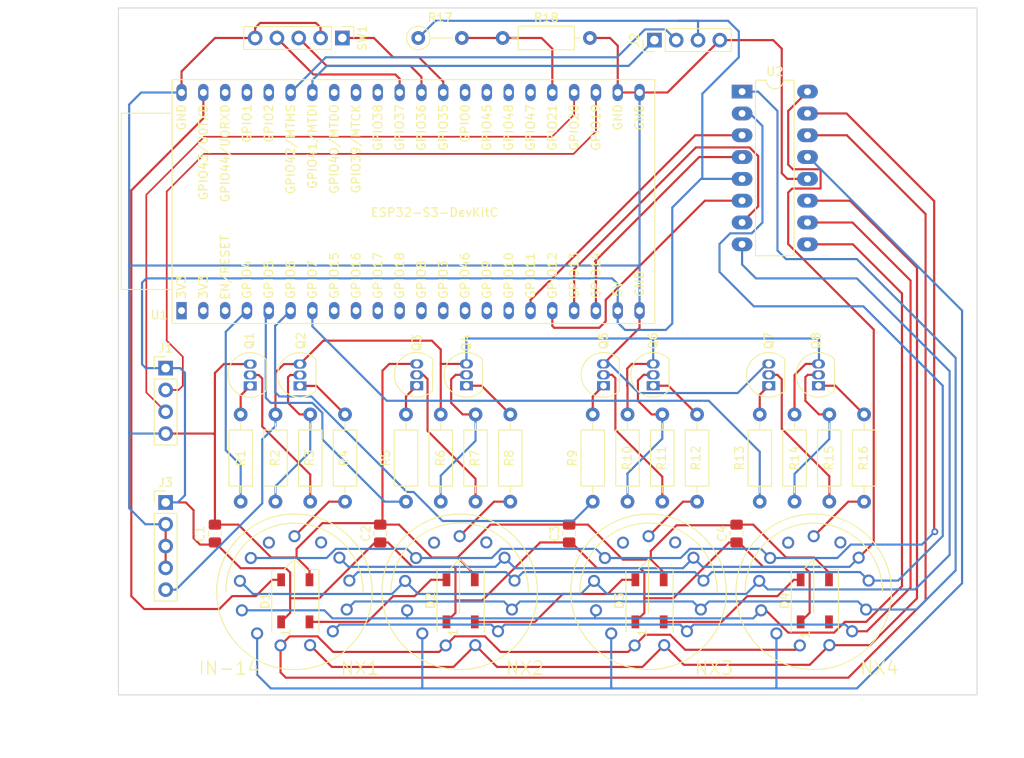
<source format=kicad_pcb>
(kicad_pcb (version 20221018) (generator pcbnew)

  (general
    (thickness 1.6)
  )

  (paper "A4")
  (layers
    (0 "F.Cu" signal)
    (31 "B.Cu" signal)
    (32 "B.Adhes" user "B.Adhesive")
    (33 "F.Adhes" user "F.Adhesive")
    (34 "B.Paste" user)
    (35 "F.Paste" user)
    (36 "B.SilkS" user "B.Silkscreen")
    (37 "F.SilkS" user "F.Silkscreen")
    (38 "B.Mask" user)
    (39 "F.Mask" user)
    (40 "Dwgs.User" user "User.Drawings")
    (41 "Cmts.User" user "User.Comments")
    (42 "Eco1.User" user "User.Eco1")
    (43 "Eco2.User" user "User.Eco2")
    (44 "Edge.Cuts" user)
    (45 "Margin" user)
    (46 "B.CrtYd" user "B.Courtyard")
    (47 "F.CrtYd" user "F.Courtyard")
    (48 "B.Fab" user)
    (49 "F.Fab" user)
    (50 "User.1" user)
    (51 "User.2" user)
    (52 "User.3" user)
    (53 "User.4" user)
    (54 "User.5" user)
    (55 "User.6" user)
    (56 "User.7" user)
    (57 "User.8" user)
    (58 "User.9" user)
  )

  (setup
    (stackup
      (layer "F.SilkS" (type "Top Silk Screen"))
      (layer "F.Paste" (type "Top Solder Paste"))
      (layer "F.Mask" (type "Top Solder Mask") (thickness 0.01))
      (layer "F.Cu" (type "copper") (thickness 0.035))
      (layer "dielectric 1" (type "core") (thickness 1.51) (material "FR4") (epsilon_r 4.5) (loss_tangent 0.02))
      (layer "B.Cu" (type "copper") (thickness 0.035))
      (layer "B.Mask" (type "Bottom Solder Mask") (thickness 0.01))
      (layer "B.Paste" (type "Bottom Solder Paste"))
      (layer "B.SilkS" (type "Bottom Silk Screen"))
      (copper_finish "None")
      (dielectric_constraints no)
    )
    (pad_to_mask_clearance 0)
    (grid_origin 50.8 50.8)
    (pcbplotparams
      (layerselection 0x00010fc_ffffffff)
      (plot_on_all_layers_selection 0x0000000_00000000)
      (disableapertmacros false)
      (usegerberextensions false)
      (usegerberattributes true)
      (usegerberadvancedattributes true)
      (creategerberjobfile true)
      (dashed_line_dash_ratio 12.000000)
      (dashed_line_gap_ratio 3.000000)
      (svgprecision 4)
      (plotframeref false)
      (viasonmask false)
      (mode 1)
      (useauxorigin false)
      (hpglpennumber 1)
      (hpglpenspeed 20)
      (hpglpendiameter 15.000000)
      (dxfpolygonmode true)
      (dxfimperialunits true)
      (dxfusepcbnewfont true)
      (psnegative false)
      (psa4output false)
      (plotreference true)
      (plotvalue true)
      (plotinvisibletext false)
      (sketchpadsonfab false)
      (subtractmaskfromsilk false)
      (outputformat 1)
      (mirror false)
      (drillshape 1)
      (scaleselection 1)
      (outputdirectory "")
    )
  )

  (net 0 "")
  (net 1 "+5V")
  (net 2 "/Horloge Nixie/USB_D-")
  (net 3 "/Horloge Nixie/USB_D+")
  (net 4 "GND")
  (net 5 "/Horloge Nixie/I2C_SCL")
  (net 6 "/Horloge Nixie/I2C_SDA")
  (net 7 "Net-(D1-DOUT)")
  (net 8 "HT")
  (net 9 "/Horloge Nixie/K0")
  (net 10 "/Horloge Nixie/K9")
  (net 11 "/Horloge Nixie/K8")
  (net 12 "/Horloge Nixie/K7")
  (net 13 "/Horloge Nixie/K6")
  (net 14 "/Horloge Nixie/K5")
  (net 15 "/Horloge Nixie/K4")
  (net 16 "/Horloge Nixie/K3")
  (net 17 "/Horloge Nixie/K2")
  (net 18 "/Horloge Nixie/K1")
  (net 19 "/Horloge Nixie/OUT_LEDs")
  (net 20 "Net-(Q1-C)")
  (net 21 "Net-(Q1-B)")
  (net 22 "Net-(Q2-C)")
  (net 23 "Net-(Q2-B)")
  (net 24 "Net-(Q3-C)")
  (net 25 "Net-(Q3-B)")
  (net 26 "Net-(Q4-C)")
  (net 27 "Net-(Q4-B)")
  (net 28 "Net-(Q5-B)")
  (net 29 "Net-(Q5-C)")
  (net 30 "Net-(Q6-B)")
  (net 31 "Net-(Q6-C)")
  (net 32 "Net-(Q7-B)")
  (net 33 "Net-(Q7-C)")
  (net 34 "Net-(Q8-B)")
  (net 35 "Net-(Q8-C)")
  (net 36 "Net-(D2-DOUT)")
  (net 37 "Net-(D3-DOUT)")
  (net 38 "unconnected-(D4-DOUT-Pad2)")
  (net 39 "/Horloge Nixie/A_N1")
  (net 40 "/Horloge Nixie/IN_PHOTO_R")
  (net 41 "unconnected-(U1-3V3-Pad1)")
  (net 42 "unconnected-(U1-CHIP_PU-Pad3)")
  (net 43 "NX1A")
  (net 44 "unconnected-(U1-GPIO15{slash}ADC2_CH4{slash}32K_P-Pad8)")
  (net 45 "unconnected-(U1-GPIO16{slash}ADC2_CH5{slash}32K_N-Pad9)")
  (net 46 "NX2A")
  (net 47 "NX3A")
  (net 48 "NX4A")
  (net 49 "unconnected-(NX1-RHDP-Pad2)")
  (net 50 "unconnected-(NX1-LHDP-Pad13)")
  (net 51 "unconnected-(U1-GPIO0-Pad31)")
  (net 52 "/Horloge Nixie/IN_ENC_A")
  (net 53 "/Horloge Nixie/IN_ENC_B")
  (net 54 "/Horloge Nixie/IN_ENC_SW")
  (net 55 "unconnected-(U1-GPIO38-Pad35)")
  (net 56 "unconnected-(U1-GPIO39{slash}MTCK-Pad36)")
  (net 57 "unconnected-(U1-GPIO40{slash}MTDO-Pad37)")
  (net 58 "unconnected-(U1-GPIO44{slash}U0RXD-Pad42)")
  (net 59 "unconnected-(NX2-RHDP-Pad2)")
  (net 60 "unconnected-(NX2-LHDP-Pad13)")
  (net 61 "unconnected-(NX3-RHDP-Pad2)")
  (net 62 "unconnected-(NX3-LHDP-Pad13)")
  (net 63 "unconnected-(NX4-RHDP-Pad2)")
  (net 64 "unconnected-(NX4-LHDP-Pad13)")
  (net 65 "/Horloge Nixie/BCD_A")
  (net 66 "/Horloge Nixie/BCD_B")
  (net 67 "/Horloge Nixie/BCD_C")
  (net 68 "/Horloge Nixie/BCD_D")
  (net 69 "unconnected-(U1-GPIO17{slash}ADC2_CH6-Pad10)")
  (net 70 "unconnected-(U1-GPIO18{slash}ADC2_CH7-Pad11)")
  (net 71 "unconnected-(U1-GPIO8{slash}ADC1_CH7-Pad12)")
  (net 72 "unconnected-(U1-GPIO3{slash}ADC1_CH2-Pad13)")
  (net 73 "unconnected-(U1-GPIO9{slash}ADC1_CH8-Pad15)")
  (net 74 "unconnected-(U1-GPIO10{slash}ADC1_CH9-Pad16)")
  (net 75 "unconnected-(U1-GPIO2{slash}ADC1_CH1-Pad40)")
  (net 76 "unconnected-(U1-GPIO1{slash}ADC1_CH0-Pad41)")
  (net 77 "/Horloge Nixie/A_N2")
  (net 78 "/Horloge Nixie/A_N3")
  (net 79 "/Horloge Nixie/A_N4")
  (net 80 "unconnected-(U1-GPIO46-Pad14)")
  (net 81 "unconnected-(U1-GPIO47-Pad28)")
  (net 82 "unconnected-(U1-GPIO48-Pad29)")
  (net 83 "unconnected-(U1-GPIO45-Pad30)")

  (footprint "Package_TO_SOT_THT:TO-92_Inline" (layer "F.Cu") (at 132.3276 94.8 90))

  (footprint "Resistor_THT:R_Axial_DIN0207_L6.3mm_D2.5mm_P10.16mm_Horizontal" (layer "F.Cu") (at 114.1376 108.3 90))

  (footprint "LED_SMD:LED_WS2812B_PLCC4_5.0x5.0mm_P3.2mm" (layer "F.Cu") (at 131.9 119.85 90))

  (footprint "Package_DIP:DIP-16_W7.62mm_LongPads" (layer "F.Cu") (at 123.43 60.55))

  (footprint "Package_TO_SOT_THT:TO-92_Inline" (layer "F.Cu") (at 126.5376 94.8 90))

  (footprint "Connector_PinHeader_2.54mm:PinHeader_1x04_P2.54mm_Vertical" (layer "F.Cu") (at 113.22 54.55 90))

  (footprint "Resistor_THT:R_Axial_DIN0207_L6.3mm_D2.5mm_P10.16mm_Horizontal" (layer "F.Cu") (at 77.1876 108.3 90))

  (footprint "Resistor_THT:R_Axial_DIN0207_L6.3mm_D2.5mm_P10.16mm_Horizontal" (layer "F.Cu") (at 106.0376 108.3 90))

  (footprint "Resistor_THT:R_Axial_DIN0207_L6.3mm_D2.5mm_P10.16mm_Horizontal" (layer "F.Cu") (at 129.5376 108.3 90))

  (footprint "Capacitor_SMD:C_0805_2012Metric_Pad1.18x1.45mm_HandSolder" (layer "F.Cu") (at 122.7876 112.0125 90))

  (footprint "Capacitor_SMD:C_0805_2012Metric_Pad1.18x1.45mm_HandSolder" (layer "F.Cu") (at 103.2876 112.0125 90))

  (footprint "Package_TO_SOT_THT:TO-92_Inline" (layer "F.Cu") (at 85.5376 94.8 90))

  (footprint "Resistor_THT:R_Axial_DIN0207_L6.3mm_D2.5mm_P10.16mm_Horizontal" (layer "F.Cu") (at 65.0376 108.3 90))

  (footprint "Resistor_THT:R_Axial_DIN0207_L6.3mm_D2.5mm_P10.16mm_Horizontal" (layer "F.Cu") (at 92.3876 108.3 90))

  (footprint "Resistor_THT:R_Axial_DIN0207_L6.3mm_D2.5mm_P10.16mm_Horizontal" (layer "F.Cu") (at 69.0876 108.3 90))

  (footprint "Resistor_THT:R_Axial_DIN0207_L6.3mm_D2.5mm_P10.16mm_Horizontal" (layer "F.Cu") (at 118.1876 108.3 90))

  (footprint "Connector_PinHeader_2.54mm:PinHeader_1x04_P2.54mm_Vertical" (layer "F.Cu") (at 56.3 92.75))

  (footprint "Package_TO_SOT_THT:TO-92_Inline" (layer "F.Cu") (at 71.9376 94.82 90))

  (footprint "LED_SMD:LED_WS2812B_PLCC4_5.0x5.0mm_P3.2mm" (layer "F.Cu") (at 112.65 119.85 90))

  (footprint "Kicad-VFD-Nixies-master:IN-14-mod" (layer "F.Cu") (at 112.5376 118.8))

  (footprint "MountingHole:MountingHole_3.2mm_M3" (layer "F.Cu") (at 146.8 54.8))

  (footprint "PCM_Espressif:ESP32-S3-DevKitC_Laurent" (layer "F.Cu") (at 58.15 86.05 90))

  (footprint "Resistor_THT:R_Axial_DIN0207_L6.3mm_D2.5mm_P10.16mm_Horizontal" (layer "F.Cu") (at 73.1376 108.3 90))

  (footprint "MountingHole:MountingHole_3.2mm_M3" (layer "F.Cu") (at 54.8 126.8))

  (footprint "Resistor_THT:R_Axial_DIN0207_L6.3mm_D2.5mm_P10.16mm_Horizontal" (layer "F.Cu") (at 95.55 54.3))

  (footprint "Resistor_THT:R_Axial_DIN0207_L6.3mm_D2.5mm_P5.08mm_Vertical" (layer "F.Cu") (at 85.72 54.3))

  (footprint "MountingHole:MountingHole_3.2mm_M3" (layer "F.Cu") (at 54.8 54.8))

  (footprint "Package_TO_SOT_THT:TO-92_Inline" (layer "F.Cu") (at 66.1476 94.82 90))

  (footprint "MountingHole:MountingHole_3.2mm_M3" (layer "F.Cu") (at 146.8 126.8))

  (footprint "LED_SMD:LED_WS2812B_PLCC4_5.0x5.0mm_P3.2mm" (layer "F.Cu") (at 71.4 119.85 90))

  (footprint "Kicad-VFD-Nixies-master:IN-14-mod" (layer "F.Cu") (at 131.7752 118.8))

  (footprint "Capacitor_SMD:C_0805_2012Metric_Pad1.18x1.45mm_HandSolder" (layer "F.Cu") (at 81.2876 112.0125 90))

  (footprint "LED_SMD:LED_WS2812B_PLCC4_5.0x5.0mm_P3.2mm" (layer "F.Cu") (at 90.65 119.85 90))

  (footprint "Resistor_THT:R_Axial_DIN0207_L6.3mm_D2.5mm_P10.16mm_Horizontal" (layer "F.Cu") (at 110.0876 108.3 90))

  (footprint "Capacitor_SMD:C_0805_2012Metric_Pad1.18x1.45mm_HandSolder" (layer "F.Cu") (at 62.0376 112.0125 90))

  (footprint "Kicad-VFD-Nixies-master:IN-14-mod" (layer "F.Cu") (at 71.3 118.8))

  (footprint "Package_TO_SOT_THT:TO-92_Inline" (layer "F.Cu") (at 107.2876 94.8 90))

  (footprint "Resistor_THT:R_Axial_DIN0207_L6.3mm_D2.5mm_P10.16mm_Horizontal" (layer "F.Cu") (at 96.4376 108.3 90))

  (footprint "Resistor_THT:R_Axial_DIN0207_L6.3mm_D2.5mm_P10.16mm_Horizontal" (layer "F.Cu") (at 125.4876 108.3 90))

  (footprint "Resistor_THT:R_Axial_DIN0207_L6.3mm_D2.5mm_P10.16mm_Horizontal" (layer "F.Cu") (at 84.2876 108.3 90))

  (footprint "Resistor_THT:R_Axial_DIN0207_L6.3mm_D2.5mm_P10.16mm_Horizontal" (layer "F.Cu") (at 133.5876 108.3 90))

  (footprint "Package_TO_SOT_THT:TO-92_Inline" (layer "F.Cu") (at 91.3276 94.8 90))

  (footprint "Connector_PinHeader_2.54mm:PinHeader_1x05_P2.54mm_Vertical" (layer "F.Cu") (at 76.88 54.3 -90))

  (footprint "Connector_PinHeader_2.54mm:PinHeader_1x05_P2.54mm_Vertical" (layer "F.Cu") (at 56.3 108.39))

  (footprint "Resistor_THT:R_Axial_DIN0207_L6.3mm_D2.5mm_P10.16mm_Horizontal" (layer "F.Cu")
    (tstamp efdea656-c274-4c64-998c-ec5414cac2b8)
    (at 88.3376 108.3 90)
    (descr "Resistor, Axial_DIN0207 series, Axial, Horizontal, pin pitch=10.16mm, 0.25W = 1/4W, length*diameter=6.3*2.5mm^2, http://cdn-reichelt.de/documents/datenblatt/B400/1_4W%23YAG.pdf")
    (tags "Resistor Axial_DIN0207 series Axial Horizontal pin pitch 10.16mm 0.25W = 1/4W length 6.3mm diameter 2.5mm")
    (property "Sheetfile" "untitled.kicad_sch")
    (property "Sheetname" "Horloge Nixie")
    (property "ki_description" "Resistor")
    (property "ki_keywords" "R res resistor")
    (path "/85850350-b5ad-4932-92cb-a375dee25730/0fc1bacf-e0da-4573-8c73-937df022e25c")
    (attr through_hole)
    (fp_text reference "R6" (at 5.08 -0.0376 90) (layer "F.SilkS")
        (effects (font (size 1 1) (thickness 0.15)))
      (tstamp 41b4dcc5-15d1-4691-8691-c919af84c826)
    )
    (fp_text value "100k" (at 5.08 2.37 90) (layer "F.Fab")
        (effects (font (size 1 1) (thickness 0.15)))
      (tstamp 49a41747-a2b5-4793-a07b-0d3314465796)
    )
    (fp_text user "${REFERENCE}" (at 5.08 0 90) (layer "F.Fab")
        (effects (font (size 1 1) (thickness 0.15)))
      (tstamp 5d93127a-0a2a-42ca-8e75-ab48123ceda2)
    )
    (fp_line (start 1.04 0) (end 1.81 0)
      (stroke (width 0.12) (type solid)) (layer "F.SilkS") (tstamp 6db868c9-5791-4bcc-875a-39458e7bb7dc))
    (fp_line (start 1.81 -1.37) (end 1.81 1.37)
      (stroke (width 0.12) (type solid)) (layer "F.SilkS") (tstamp 2d4fab86-ff87-47a4-99f7-b3a73a75bd30))
    (fp_line (start 1.81 1.37) (end 8.35 1.37)
      (stroke (width 0.12) (type solid)) (layer "F.SilkS") (tstamp 2c9b9a4b-3690-4ca0-b9b6-ca3b62306d09))
    (fp_line (start 8.35 -1.37) (end 1.81 -1.37)
      (stroke (width 0.12) (type solid)) (layer "F.SilkS") (tstamp 03fb6386-a178-4fd9-84b3-ce79fef36f47))
    (fp_line (start 8.35 1.37) (end 8.35 -1.37)
      (stroke (width 0.12) (type solid)) (layer "F.SilkS") (tstamp 1e36460f-b1d6-42f0-99da-703b9364aaf6))
    (fp_line (start 9.12 0) (end 8.35 0)
      (stroke (width 0.12) (type solid)) (layer "F.SilkS") (tstamp 25c7fda2-860d-4995-a66b-663e614c9d45))
    (fp_line (start -1.05 -1.5) (end -1.05 1.5)
      (stroke (width 0.05) (type solid)) (layer "F.CrtYd") (tstamp 17b2ee3a-f86a-4c77-9f4f-fd4a1ec36ac9))
    (fp_line (start -1.05 1.5) (end 11.21 1.5)
      (stroke (width 0.05) (type solid)) (layer "F.CrtYd") (tstamp ef51535e-8d00-4acf-acf5-9580adf06d9c))
    (fp_line (start 11.21 -1.5) (end -1.05 -1.5)
      (stroke (width 0.05) (type solid)) (layer "F.CrtYd") (tstamp 4a1d26f6-d414-41dc-a8be-32559d6509ad))
    (fp_line (start 11.21 1.5) (end 11.21 -1.5)
      (stroke (width 0.05) (type solid)) (layer "F.CrtYd") (tstamp d05ddacc-b7fd-4381-9105-af622982feee))
    (fp_line (start 0 0) (end 1.93 0)
      (stroke (width 0.1) (type solid)) (layer "F.Fab") (tstamp 892333c2-3ed8-49a5-8a01-a60f05
... [93713 chars truncated]
</source>
